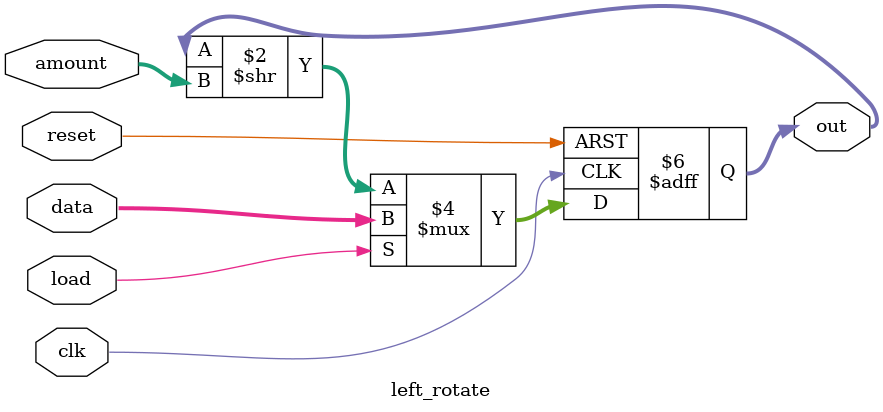
<source format=v>
module left_rotate(clk,reset,amount,data,load,out);
input clk,reset;
input [2:0] amount;
input [7:0] data;
input load;
output reg [7:0] out;
// when load is high, load data to out
// otherwise rotate the out register followed by left shift the out register by amount bits
always @(posedge clk or posedge reset)
begin
if(reset)
out <= 8'b0;
else if(load)
out <= data;
else
out <= out >> amount;
end
endmodule

</source>
